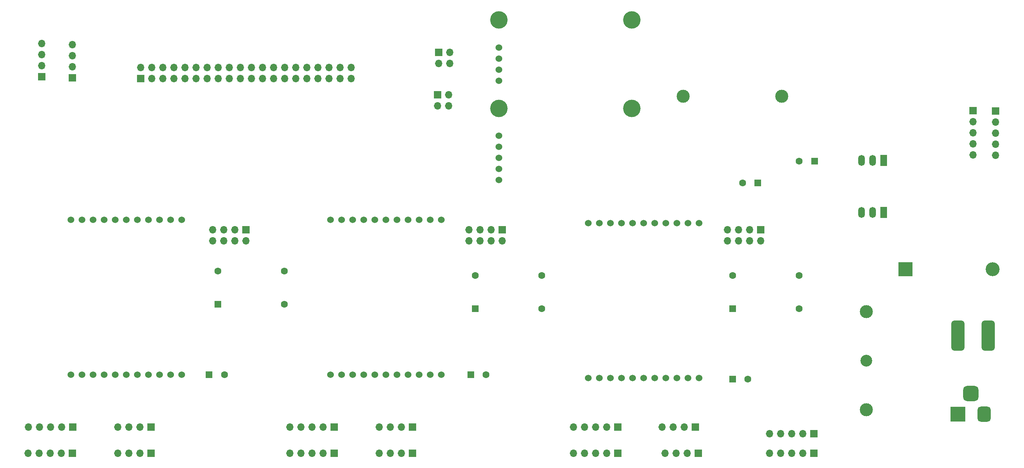
<source format=gbr>
%TF.GenerationSoftware,KiCad,Pcbnew,7.0.7*%
%TF.CreationDate,2023-09-16T22:54:16+02:00*%
%TF.ProjectId,AstroDebugMotor,41737472-6f44-4656-9275-674d6f746f72,01*%
%TF.SameCoordinates,Original*%
%TF.FileFunction,Soldermask,Bot*%
%TF.FilePolarity,Negative*%
%FSLAX46Y46*%
G04 Gerber Fmt 4.6, Leading zero omitted, Abs format (unit mm)*
G04 Created by KiCad (PCBNEW 7.0.7) date 2023-09-16 22:54:16*
%MOMM*%
%LPD*%
G01*
G04 APERTURE LIST*
G04 Aperture macros list*
%AMRoundRect*
0 Rectangle with rounded corners*
0 $1 Rounding radius*
0 $2 $3 $4 $5 $6 $7 $8 $9 X,Y pos of 4 corners*
0 Add a 4 corners polygon primitive as box body*
4,1,4,$2,$3,$4,$5,$6,$7,$8,$9,$2,$3,0*
0 Add four circle primitives for the rounded corners*
1,1,$1+$1,$2,$3*
1,1,$1+$1,$4,$5*
1,1,$1+$1,$6,$7*
1,1,$1+$1,$8,$9*
0 Add four rect primitives between the rounded corners*
20,1,$1+$1,$2,$3,$4,$5,0*
20,1,$1+$1,$4,$5,$6,$7,0*
20,1,$1+$1,$6,$7,$8,$9,0*
20,1,$1+$1,$8,$9,$2,$3,0*%
G04 Aperture macros list end*
%ADD10R,1.700000X1.700000*%
%ADD11O,1.700000X1.700000*%
%ADD12RoundRect,0.750000X0.750000X2.750000X-0.750000X2.750000X-0.750000X-2.750000X0.750000X-2.750000X0*%
%ADD13R,3.200000X3.200000*%
%ADD14O,3.200000X3.200000*%
%ADD15R,1.600000X1.600000*%
%ADD16C,1.600000*%
%ADD17R,1.500000X2.500000*%
%ADD18O,1.500000X2.500000*%
%ADD19C,3.000000*%
%ADD20C,2.700000*%
%ADD21C,1.524000*%
%ADD22R,3.500000X3.500000*%
%ADD23RoundRect,0.750000X0.750000X1.000000X-0.750000X1.000000X-0.750000X-1.000000X0.750000X-1.000000X0*%
%ADD24RoundRect,0.875000X0.875000X0.875000X-0.875000X0.875000X-0.875000X-0.875000X0.875000X-0.875000X0*%
%ADD25C,4.000000*%
G04 APERTURE END LIST*
D10*
%TO.C,J18*%
X166075000Y-151000000D03*
D11*
X163535000Y-151000000D03*
X160995000Y-151000000D03*
X158455000Y-151000000D03*
X155915000Y-151000000D03*
%TD*%
D12*
%TO.C,SW1*%
X251000000Y-130000000D03*
X244000000Y-130000000D03*
%TD*%
D10*
%TO.C,J19*%
X184540000Y-157000000D03*
D11*
X182000000Y-157000000D03*
X179460000Y-157000000D03*
X176920000Y-157000000D03*
%TD*%
D13*
%TO.C,D1*%
X232000000Y-114750000D03*
D14*
X252000000Y-114750000D03*
%TD*%
D15*
%TO.C,X2*%
X133380000Y-123810000D03*
D16*
X148620000Y-123810000D03*
X148620000Y-116190000D03*
X133380000Y-116190000D03*
%TD*%
D17*
%TO.C,U4*%
X227000000Y-101770000D03*
D18*
X224460000Y-101770000D03*
X221920000Y-101770000D03*
%TD*%
D15*
%TO.C,C4*%
X192347349Y-140000000D03*
D16*
X195847349Y-140000000D03*
%TD*%
D19*
%TO.C,BT1*%
X203625000Y-75025000D03*
X181025000Y-75025000D03*
%TD*%
D10*
%TO.C,J8*%
X41075000Y-151000000D03*
D11*
X38535000Y-151000000D03*
X35995000Y-151000000D03*
X33455000Y-151000000D03*
X30915000Y-151000000D03*
%TD*%
D20*
%TO.C,F1*%
X223000000Y-135750000D03*
D19*
X223000000Y-147000000D03*
X223000000Y-124500000D03*
%TD*%
D15*
%TO.C,X1*%
X74380000Y-122810000D03*
D16*
X89620000Y-122810000D03*
X89620000Y-115190000D03*
X74380000Y-115190000D03*
%TD*%
D10*
%TO.C,J11*%
X101000000Y-151000000D03*
D11*
X98460000Y-151000000D03*
X95920000Y-151000000D03*
X93380000Y-151000000D03*
X90840000Y-151000000D03*
%TD*%
D10*
%TO.C,J4*%
X80800000Y-105725000D03*
D11*
X80800000Y-108265000D03*
X78260000Y-105725000D03*
X78260000Y-108265000D03*
X75720000Y-105725000D03*
X75720000Y-108265000D03*
X73180000Y-105725000D03*
X73180000Y-108265000D03*
%TD*%
D15*
%TO.C,X3*%
X192380000Y-123810000D03*
D16*
X207620000Y-123810000D03*
X207620000Y-116190000D03*
X192380000Y-116190000D03*
%TD*%
D15*
%TO.C,C2*%
X72347349Y-139000000D03*
D16*
X75847349Y-139000000D03*
%TD*%
D10*
%TO.C,J6*%
X41000000Y-157000000D03*
D11*
X38460000Y-157000000D03*
X35920000Y-157000000D03*
X33380000Y-157000000D03*
X30840000Y-157000000D03*
%TD*%
D10*
%TO.C,J9*%
X101000000Y-157000000D03*
D11*
X98460000Y-157000000D03*
X95920000Y-157000000D03*
X93380000Y-157000000D03*
X90840000Y-157000000D03*
%TD*%
D10*
%TO.C,J22*%
X125000000Y-65000000D03*
D11*
X127540000Y-65000000D03*
X125000000Y-67540000D03*
X127540000Y-67540000D03*
%TD*%
D15*
%TO.C,C5*%
X211152651Y-90000000D03*
D16*
X207652651Y-90000000D03*
%TD*%
D21*
%TO.C,U7*%
X138795000Y-94262500D03*
X138795000Y-91722500D03*
X138795000Y-89182500D03*
X138795000Y-86642500D03*
X138795000Y-84102500D03*
%TD*%
D10*
%TO.C,J16*%
X166080000Y-157000000D03*
D11*
X163540000Y-157000000D03*
X161000000Y-157000000D03*
X158460000Y-157000000D03*
X155920000Y-157000000D03*
%TD*%
D10*
%TO.C,J7*%
X59000000Y-151000000D03*
D11*
X56460000Y-151000000D03*
X53920000Y-151000000D03*
X51380000Y-151000000D03*
%TD*%
D22*
%TO.C,X1_PWR1*%
X244000000Y-148042500D03*
D23*
X250000000Y-148042500D03*
D24*
X247000000Y-143342500D03*
%TD*%
D17*
%TO.C,U5*%
X227000000Y-89790000D03*
D18*
X224460000Y-89790000D03*
X221920000Y-89790000D03*
%TD*%
D21*
%TO.C,U3*%
X184700000Y-104220000D03*
X182160000Y-104220000D03*
X179620000Y-104220000D03*
X177080000Y-104220000D03*
X174540000Y-104220000D03*
X172000000Y-104220000D03*
X169460000Y-104220000D03*
X166920000Y-104220000D03*
X164380000Y-104220000D03*
X161840000Y-104220000D03*
X159300000Y-104220000D03*
X184700000Y-139780000D03*
X182160000Y-139780000D03*
X179620000Y-139780000D03*
X177080000Y-139780000D03*
X174540000Y-139780000D03*
X172000000Y-139780000D03*
X169460000Y-139780000D03*
X166920000Y-139780000D03*
X164380000Y-139780000D03*
X161840000Y-139780000D03*
X159300000Y-139780000D03*
%TD*%
D10*
%TO.C,J1*%
X59000000Y-157000000D03*
D11*
X56460000Y-157000000D03*
X53920000Y-157000000D03*
X51380000Y-157000000D03*
%TD*%
D10*
%TO.C,J3*%
X211040000Y-152500000D03*
D11*
X208500000Y-152500000D03*
X205960000Y-152500000D03*
X203420000Y-152500000D03*
X200880000Y-152500000D03*
%TD*%
D10*
%TO.C,J14*%
X34000000Y-70540000D03*
D11*
X34000000Y-68000000D03*
X34000000Y-65460000D03*
X34000000Y-62920000D03*
%TD*%
D10*
%TO.C,J23*%
X247500000Y-78380000D03*
D11*
X247500000Y-80920000D03*
X247500000Y-83460000D03*
X247500000Y-86000000D03*
X247500000Y-88540000D03*
%TD*%
D10*
%TO.C,J5*%
X211040000Y-157000000D03*
D11*
X208500000Y-157000000D03*
X205960000Y-157000000D03*
X203420000Y-157000000D03*
X200880000Y-157000000D03*
%TD*%
D10*
%TO.C,J13*%
X119000000Y-151000000D03*
D11*
X116460000Y-151000000D03*
X113920000Y-151000000D03*
X111380000Y-151000000D03*
%TD*%
D10*
%TO.C,J12*%
X119000000Y-157000000D03*
D11*
X116460000Y-157000000D03*
X113920000Y-157000000D03*
X111380000Y-157000000D03*
%TD*%
D10*
%TO.C,J15*%
X41000000Y-70800000D03*
D11*
X41000000Y-68260000D03*
X41000000Y-65720000D03*
X41000000Y-63180000D03*
%TD*%
D21*
%TO.C,U6*%
X138750000Y-63850000D03*
X138750000Y-66390000D03*
X138750000Y-68930000D03*
X138750000Y-71470000D03*
D25*
X138750000Y-57500000D03*
X138750000Y-77820000D03*
X169230000Y-57500000D03*
X169230000Y-77820000D03*
%TD*%
D21*
%TO.C,U2*%
X125540000Y-103440000D03*
X123000000Y-103440000D03*
X120460000Y-103440000D03*
X117920000Y-103440000D03*
X115380000Y-103440000D03*
X112840000Y-103440000D03*
X110300000Y-103440000D03*
X107760000Y-103440000D03*
X105220000Y-103440000D03*
X102680000Y-103440000D03*
X100140000Y-103440000D03*
X125540000Y-139000000D03*
X123000000Y-139000000D03*
X120460000Y-139000000D03*
X117920000Y-139000000D03*
X115380000Y-139000000D03*
X112840000Y-139000000D03*
X110300000Y-139000000D03*
X107760000Y-139000000D03*
X105220000Y-139000000D03*
X102680000Y-139000000D03*
X100140000Y-139000000D03*
%TD*%
%TO.C,U1*%
X66080000Y-103440000D03*
X63540000Y-103440000D03*
X61000000Y-103440000D03*
X58460000Y-103440000D03*
X55920000Y-103440000D03*
X53380000Y-103440000D03*
X50840000Y-103440000D03*
X48300000Y-103440000D03*
X45760000Y-103440000D03*
X43220000Y-103440000D03*
X40680000Y-103440000D03*
X66080000Y-139000000D03*
X63540000Y-139000000D03*
X61000000Y-139000000D03*
X58460000Y-139000000D03*
X55920000Y-139000000D03*
X53380000Y-139000000D03*
X50840000Y-139000000D03*
X48300000Y-139000000D03*
X45760000Y-139000000D03*
X43220000Y-139000000D03*
X40680000Y-139000000D03*
%TD*%
D10*
%TO.C,J21*%
X124725000Y-74725000D03*
D11*
X127265000Y-74725000D03*
X124725000Y-77265000D03*
X127265000Y-77265000D03*
%TD*%
D10*
%TO.C,J20*%
X183800000Y-151000000D03*
D11*
X181260000Y-151000000D03*
X178720000Y-151000000D03*
X176180000Y-151000000D03*
%TD*%
D15*
%TO.C,C1*%
X198152651Y-95000000D03*
D16*
X194652651Y-95000000D03*
%TD*%
D10*
%TO.C,J17*%
X198800000Y-105725000D03*
D11*
X198800000Y-108265000D03*
X196260000Y-105725000D03*
X196260000Y-108265000D03*
X193720000Y-105725000D03*
X193720000Y-108265000D03*
X191180000Y-105725000D03*
X191180000Y-108265000D03*
%TD*%
D10*
%TO.C,J24*%
X252625000Y-78425000D03*
D11*
X252625000Y-80965000D03*
X252625000Y-83505000D03*
X252625000Y-86045000D03*
X252625000Y-88585000D03*
%TD*%
D10*
%TO.C,J10*%
X139540000Y-105725000D03*
D11*
X139540000Y-108265000D03*
X137000000Y-105725000D03*
X137000000Y-108265000D03*
X134460000Y-105725000D03*
X134460000Y-108265000D03*
X131920000Y-105725000D03*
X131920000Y-108265000D03*
%TD*%
D15*
%TO.C,C3*%
X132347349Y-139000000D03*
D16*
X135847349Y-139000000D03*
%TD*%
D10*
%TO.C,J2*%
X56680000Y-71000000D03*
D11*
X56680000Y-68460000D03*
X59220000Y-71000000D03*
X59220000Y-68460000D03*
X61760000Y-71000000D03*
X61760000Y-68460000D03*
X64300000Y-71000000D03*
X64300000Y-68460000D03*
X66840000Y-71000000D03*
X66840000Y-68460000D03*
X69380000Y-71000000D03*
X69380000Y-68460000D03*
X71920000Y-71000000D03*
X71920000Y-68460000D03*
X74460000Y-71000000D03*
X74460000Y-68460000D03*
X77000000Y-71000000D03*
X77000000Y-68460000D03*
X79540000Y-71000000D03*
X79540000Y-68460000D03*
X82080000Y-71000000D03*
X82080000Y-68460000D03*
X84620000Y-71000000D03*
X84620000Y-68460000D03*
X87160000Y-71000000D03*
X87160000Y-68460000D03*
X89700000Y-71000000D03*
X89700000Y-68460000D03*
X92240000Y-71000000D03*
X92240000Y-68460000D03*
X94780000Y-71000000D03*
X94780000Y-68460000D03*
X97320000Y-71000000D03*
X97320000Y-68460000D03*
X99860000Y-71000000D03*
X99860000Y-68460000D03*
X102400000Y-71000000D03*
X102400000Y-68460000D03*
X104940000Y-71000000D03*
X104940000Y-68460000D03*
%TD*%
M02*

</source>
